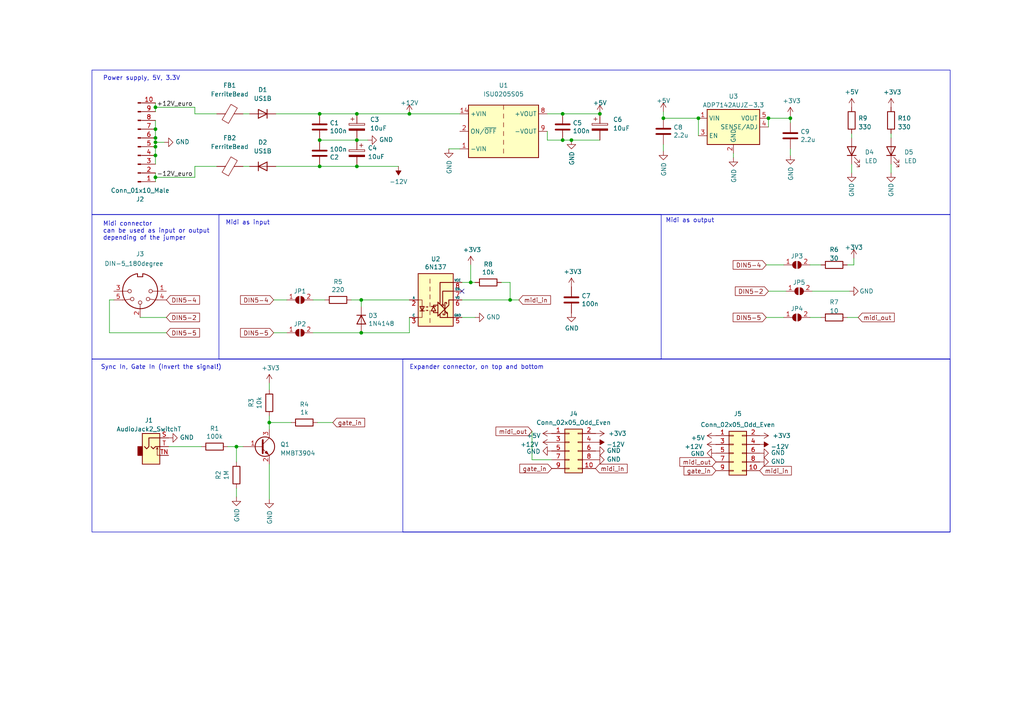
<source format=kicad_sch>
(kicad_sch (version 20230121) (generator eeschema)
  (paper "A4")
  (title_block (title "MIDI-sync-power-dev-board") (date "18.04.2023") (rev "v0.0.2") (company "Lucas Bonvin"))
  (lib_symbols
    (symbol "Connector:Conn_01x10_Male" (pin_names (offset 1.016) hide)
      (property "Reference" "J" (at 0 12.7 0))
      (property "Value" "Conn_01x10_Male" (at 0 -15.24 0))
      (symbol "Conn_01x10_Male_1_1"
        (polyline (pts (xy 1.27 -12.7) (xy 0.8636 -12.7)) (stroke (width 0.1524)))
        (polyline (pts (xy 1.27 -10.16) (xy 0.8636 -10.16)) (stroke (width 0.1524)))
        (polyline (pts (xy 1.27 -7.62) (xy 0.8636 -7.62)) (stroke (width 0.1524)))
        (polyline (pts (xy 1.27 -5.08) (xy 0.8636 -5.08)) (stroke (width 0.1524)))
        (polyline (pts (xy 1.27 -2.54) (xy 0.8636 -2.54)) (stroke (width 0.1524)))
        (polyline (pts (xy 1.27 0) (xy 0.8636 0)) (stroke (width 0.1524)))
        (polyline (pts (xy 1.27 2.54) (xy 0.8636 2.54)) (stroke (width 0.1524)))
        (polyline (pts (xy 1.27 5.08) (xy 0.8636 5.08)) (stroke (width 0.1524)))
        (polyline (pts (xy 1.27 7.62) (xy 0.8636 7.62)) (stroke (width 0.1524)))
        (polyline (pts (xy 1.27 10.16) (xy 0.8636 10.16)) (stroke (width 0.1524)))
        (rectangle (start 0.8636 -12.573) (end 0 -12.827) (stroke (width 0.1524)) (fill (type outline)))
        (rectangle (start 0.8636 -10.033) (end 0 -10.287) (stroke (width 0.1524)) (fill (type outline)))
        (rectangle (start 0.8636 -7.493) (end 0 -7.747) (stroke (width 0.1524)) (fill (type outline)))
        (rectangle (start 0.8636 -4.953) (end 0 -5.207) (stroke (width 0.1524)) (fill (type outline)))
        (rectangle (start 0.8636 -2.413) (end 0 -2.667) (stroke (width 0.1524)) (fill (type outline)))
        (rectangle (start 0.8636 0.127) (end 0 -0.127) (stroke (width 0.1524)) (fill (type outline)))
        (rectangle (start 0.8636 2.667) (end 0 2.413) (stroke (width 0.1524)) (fill (type outline)))
        (rectangle (start 0.8636 5.207) (end 0 4.953) (stroke (width 0.1524)) (fill (type outline)))
        (rectangle (start 0.8636 7.747) (end 0 7.493) (stroke (width 0.1524)) (fill (type outline)))
        (rectangle (start 0.8636 10.287) (end 0 10.033) (stroke (width 0.1524)) (fill (type outline)))
        (pin passive line (at 5.08 10.16 180) (length 3.81) (name "Pin_1") (number "1"))
        (pin passive line (at 5.08 -12.7 180) (length 3.81) (name "Pin_10") (number "10"))
        (pin passive line (at 5.08 7.62 180) (length 3.81) (name "Pin_2") (number "2"))
        (pin passive line (at 5.08 5.08 180) (length 3.81) (name "Pin_3") (number "3"))
        (pin passive line (at 5.08 2.54 180) (length 3.81) (name "Pin_4") (number "4"))
        (pin passive line (at 5.08 0 180) (length 3.81) (name "Pin_5") (number "5"))
        (pin passive line (at 5.08 -2.54 180) (length 3.81) (name "Pin_6") (number "6"))
        (pin passive line (at 5.08 -5.08 180) (length 3.81) (name "Pin_7") (number "7"))
        (pin passive line (at 5.08 -7.62 180) (length 3.81) (name "Pin_8") (number "8"))
        (pin passive line (at 5.08 -10.16 180) (length 3.81) (name "Pin_9") (number "9"))
      )
    )
    (symbol "Connector:DIN-5_180degree" (pin_names (offset 1.016))
      (property "Reference" "J" (at 3.175 5.715 0))
      (property "Value" "DIN-5_180degree" (at 0 -6.35 0))
      (symbol "DIN-5_180degree_0_1"
        (arc (start -5.08 0) (mid -3.8609 -3.3364) (end -0.762 -5.08) (stroke (width 0.254)))
        (circle (center -3.048 0) (radius 0.508))
        (circle (center -2.286 2.286) (radius 0.508))
        (polyline (pts (xy -5.08 0) (xy -3.556 0)))
        (polyline (pts (xy 0 5.08) (xy 0 3.81)))
        (polyline (pts (xy 5.08 0) (xy 3.556 0)))
        (polyline (pts (xy -5.08 2.54) (xy -4.318 2.54) (xy -2.794 2.286)))
        (polyline (pts (xy 5.08 2.54) (xy 4.318 2.54) (xy 2.794 2.286)))
        (polyline (pts (xy -0.762 -4.953) (xy -0.762 -4.191) (xy 0.762 -4.191) (xy 0.762 -4.953)) (stroke (width 0.254)))
        (circle (center 0 3.302) (radius 0.508))
        (arc (start 0.762 -5.08) (mid 3.8685 -3.343) (end 5.08 0) (stroke (width 0.254)))
        (circle (center 2.286 2.286) (radius 0.508))
        (circle (center 3.048 0) (radius 0.508))
        (arc (start 5.08 0) (mid 0 5.0579) (end -5.08 0) (stroke (width 0.254)))
      )
      (symbol "DIN-5_180degree_1_1"
        (pin passive line (at -7.62 0 0) (length 2.54) (name "~") (number "1"))
        (pin passive line (at 0 7.62 270) (length 2.54) (name "~") (number "2"))
        (pin passive line (at 7.62 0 180) (length 2.54) (name "~") (number "3"))
        (pin passive line (at -7.62 2.54 0) (length 2.54) (name "~") (number "4"))
        (pin passive line (at 7.62 2.54 180) (length 2.54) (name "~") (number "5"))
      )
    )
    (symbol "Connector_Audio:AudioJack2_SwitchT"
      (property "Reference" "J" (at 0 8.89 0))
      (property "Value" "AudioJack2_SwitchT" (at 0 6.35 0))
      (symbol "AudioJack2_SwitchT_0_1"
        (rectangle (start -2.54 0) (end -3.81 -2.54) (stroke (width 0.254)) (fill (type outline)))
        (polyline (pts (xy 1.778 -0.254) (xy 2.032 -0.762)))
        (polyline (pts (xy 0 0) (xy 0.635 -0.635) (xy 1.27 0) (xy 2.54 0)) (stroke (width 0.254)))
        (polyline (pts (xy 2.54 -2.54) (xy 1.778 -2.54) (xy 1.778 -0.254) (xy 1.524 -0.762)))
        (polyline (pts (xy 2.54 2.54) (xy -0.635 2.54) (xy -0.635 0) (xy -1.27 -0.635) (xy -1.905 0)) (stroke (width 0.254)))
        (rectangle (start 2.54 3.81) (end -2.54 -5.08) (stroke (width 0.254)) (fill (type background)))
      )
      (symbol "AudioJack2_SwitchT_1_1"
        (pin passive line (at 5.08 2.54 180) (length 2.54) (name "~") (number "S"))
        (pin passive line (at 5.08 0 180) (length 2.54) (name "~") (number "T"))
        (pin passive line (at 5.08 -2.54 180) (length 2.54) (name "~") (number "TN"))
      )
    )
    (symbol "Connector_Generic:Conn_02x05_Odd_Even" (pin_names (offset 1.016) hide)
      (property "Reference" "J" (at 1.27 7.62 0))
      (property "Value" "Conn_02x05_Odd_Even" (at 1.27 -7.62 0))
      (symbol "Conn_02x05_Odd_Even_1_1"
        (rectangle (start -1.27 -4.953) (end 0 -5.207) (stroke (width 0.1524)))
        (rectangle (start -1.27 -2.413) (end 0 -2.667) (stroke (width 0.1524)))
        (rectangle (start -1.27 0.127) (end 0 -0.127) (stroke (width 0.1524)))
        (rectangle (start -1.27 2.667) (end 0 2.413) (stroke (width 0.1524)))
        (rectangle (start -1.27 5.207) (end 0 4.953) (stroke (width 0.1524)))
        (rectangle (start -1.27 6.35) (end 3.81 -6.35) (stroke (width 0.254)) (fill (type background)))
        (rectangle (start 3.81 -4.953) (end 2.54 -5.207) (stroke (width 0.1524)))
        (rectangle (start 3.81 -2.413) (end 2.54 -2.667) (stroke (width 0.1524)))
        (rectangle (start 3.81 0.127) (end 2.54 -0.127) (stroke (width 0.1524)))
        (rectangle (start 3.81 2.667) (end 2.54 2.413) (stroke (width 0.1524)))
        (rectangle (start 3.81 5.207) (end 2.54 4.953) (stroke (width 0.1524)))
        (pin passive line (at -5.08 5.08 0) (length 3.81) (name "Pin_1") (number "1"))
        (pin passive line (at 7.62 -5.08 180) (length 3.81) (name "Pin_10") (number "10"))
        (pin passive line (at 7.62 5.08 180) (length 3.81) (name "Pin_2") (number "2"))
        (pin passive line (at -5.08 2.54 0) (length 3.81) (name "Pin_3") (number "3"))
        (pin passive line (at 7.62 2.54 180) (length 3.81) (name "Pin_4") (number "4"))
        (pin passive line (at -5.08 0 0) (length 3.81) (name "Pin_5") (number "5"))
        (pin passive line (at 7.62 0 180) (length 3.81) (name "Pin_6") (number "6"))
        (pin passive line (at -5.08 -2.54 0) (length 3.81) (name "Pin_7") (number "7"))
        (pin passive line (at 7.62 -2.54 180) (length 3.81) (name "Pin_8") (number "8"))
        (pin passive line (at -5.08 -5.08 0) (length 3.81) (name "Pin_9") (number "9"))
      )
    )
    (symbol "Converter_DCDC:ISU0205S05"
      (property "Reference" "U" (at 0 11.43 0))
      (property "Value" "ISU0205S05" (at 0 8.89 0))
      (symbol "ISU0205S05_0_1"
        (rectangle (start -10.16 7.62) (end 10.16 -7.62) (stroke (width 0.254)) (fill (type background)))
        (polyline (pts (xy 0 -5.08) (xy 0 -6.35)))
        (polyline (pts (xy 0 -2.54) (xy 0 -3.81)))
        (polyline (pts (xy 0 0) (xy 0 -1.27)))
        (polyline (pts (xy 0 2.54) (xy 0 1.27)))
        (polyline (pts (xy 0 5.08) (xy 0 3.81)))
        (polyline (pts (xy 0 7.62) (xy 0 6.35)))
      )
      (symbol "ISU0205S05_1_1"
        (pin power_in line (at -12.7 -5.08 0) (length 2.54) (name "-VIN") (number "1"))
        (pin power_in line (at -12.7 5.08 0) (length 2.54) (name "+VIN") (number "14"))
        (pin input line (at -12.7 0 0) (length 2.54) (name "ON/~{OFF}") (number "2"))
        (pin no_connect line (at 10.16 -2.54 180) (length 2.54) hide (name "NC") (number "6"))
        (pin no_connect line (at 10.16 -5.08 180) (length 2.54) hide (name "NC") (number "7"))
        (pin power_out line (at 12.7 5.08 180) (length 2.54) (name "+VOUT") (number "8"))
        (pin power_out line (at 12.7 0 180) (length 2.54) (name "-VOUT") (number "9"))
      )
    )
    (symbol "Device:C" (pin_numbers hide) (pin_names (offset 0.254))
      (property "Reference" "C" (at 0.635 2.54 0))
      (property "Value" "C" (at 0.635 -2.54 0))
      (symbol "C_0_1"
        (polyline (pts (xy -2.032 -0.762) (xy 2.032 -0.762)) (stroke (width 0.508)))
        (polyline (pts (xy -2.032 0.762) (xy 2.032 0.762)) (stroke (width 0.508)))
      )
      (symbol "C_1_1"
        (pin passive line (at 0 3.81 270) (length 2.794) (name "~") (number "1"))
        (pin passive line (at 0 -3.81 90) (length 2.794) (name "~") (number "2"))
      )
    )
    (symbol "Device:C_Polarized" (pin_numbers hide) (pin_names (offset 0.254))
      (property "Reference" "C" (at 0.635 2.54 0))
      (property "Value" "C_Polarized" (at 0.635 -2.54 0))
      (symbol "C_Polarized_0_1"
        (rectangle (start -2.286 0.508) (end 2.286 1.016))
        (polyline (pts (xy -1.778 2.286) (xy -0.762 2.286)))
        (polyline (pts (xy -1.27 2.794) (xy -1.27 1.778)))
        (rectangle (start 2.286 -0.508) (end -2.286 -1.016) (fill (type outline)))
      )
      (symbol "C_Polarized_1_1"
        (pin passive line (at 0 3.81 270) (length 2.794) (name "~") (number "1"))
        (pin passive line (at 0 -3.81 90) (length 2.794) (name "~") (number "2"))
      )
    )
    (symbol "Device:FerriteBead" (pin_numbers hide) (pin_names (offset 0))
      (property "Reference" "FB" (at -3.81 0.635 90))
      (property "Value" "FerriteBead" (at 3.81 0 90))
      (symbol "FerriteBead_0_1"
        (polyline (pts (xy 0 -1.27) (xy 0 -1.2192)))
        (polyline (pts (xy 0 1.27) (xy 0 1.2954)))
        (polyline (pts (xy -2.7686 0.4064) (xy -1.7018 2.2606) (xy 2.7686 -0.3048) (xy 1.6764 -2.159) (xy -2.7686 0.4064)))
      )
      (symbol "FerriteBead_1_1"
        (pin passive line (at 0 3.81 270) (length 2.54) (name "~") (number "1"))
        (pin passive line (at 0 -3.81 90) (length 2.54) (name "~") (number "2"))
      )
    )
    (symbol "Device:LED" (pin_numbers hide) (pin_names (offset 1.016) hide)
      (property "Reference" "D" (at 0 2.54 0))
      (property "Value" "LED" (at 0 -2.54 0))
      (symbol "LED_0_1"
        (polyline (pts (xy -1.27 -1.27) (xy -1.27 1.27)) (stroke (width 0.254)))
        (polyline (pts (xy -1.27 0) (xy 1.27 0)))
        (polyline (pts (xy 1.27 -1.27) (xy 1.27 1.27) (xy -1.27 0) (xy 1.27 -1.27)) (stroke (width 0.254)))
        (polyline (pts (xy -3.048 -0.762) (xy -4.572 -2.286) (xy -3.81 -2.286) (xy -4.572 -2.286) (xy -4.572 -1.524)))
        (polyline (pts (xy -1.778 -0.762) (xy -3.302 -2.286) (xy -2.54 -2.286) (xy -3.302 -2.286) (xy -3.302 -1.524)))
      )
      (symbol "LED_1_1"
        (pin passive line (at -3.81 0 0) (length 2.54) (name "K") (number "1"))
        (pin passive line (at 3.81 0 180) (length 2.54) (name "A") (number "2"))
      )
    )
    (symbol "Device:R" (pin_numbers hide) (pin_names (offset 0))
      (property "Reference" "R" (at 2.032 0 90))
      (property "Value" "R" (at 0 0 90))
      (symbol "R_0_1"
        (rectangle (start -1.016 -2.54) (end 1.016 2.54) (stroke (width 0.254)))
      )
      (symbol "R_1_1"
        (pin passive line (at 0 3.81 270) (length 1.27) (name "~") (number "1"))
        (pin passive line (at 0 -3.81 90) (length 1.27) (name "~") (number "2"))
      )
    )
    (symbol "Diode:1N4148" (pin_numbers hide) (pin_names (offset 1.016) hide)
      (property "Reference" "D" (at 0 2.54 0))
      (property "Value" "1N4148" (at 0 -2.54 0))
      (symbol "1N4148_0_1"
        (polyline (pts (xy -1.27 1.27) (xy -1.27 -1.27)) (stroke (width 0.254)))
        (polyline (pts (xy 1.27 0) (xy -1.27 0)))
        (polyline (pts (xy 1.27 1.27) (xy 1.27 -1.27) (xy -1.27 0) (xy 1.27 1.27)) (stroke (width 0.254)))
      )
      (symbol "1N4148_1_1"
        (pin passive line (at -3.81 0 0) (length 2.54) (name "K") (number "1"))
        (pin passive line (at 3.81 0 180) (length 2.54) (name "A") (number "2"))
      )
    )
    (symbol "Diode:US1B" (pin_numbers hide) (pin_names (offset 1.016) hide)
      (property "Reference" "D" (at 0 2.54 0))
      (property "Value" "US1B" (at 0 -2.54 0))
      (symbol "US1B_0_1"
        (polyline (pts (xy -1.27 1.27) (xy -1.27 -1.27)) (stroke (width 0.254)))
        (polyline (pts (xy 1.27 0) (xy -1.27 0)))
        (polyline (pts (xy 1.27 1.27) (xy 1.27 -1.27) (xy -1.27 0) (xy 1.27 1.27)) (stroke (width 0.254)))
      )
      (symbol "US1B_1_1"
        (pin passive line (at -3.81 0 0) (length 2.54) (name "K") (number "1"))
        (pin passive line (at 3.81 0 180) (length 2.54) (name "A") (number "2"))
      )
    )
    (symbol "Isolator:6N137" (pin_names (offset 0))
      (property "Reference" "U" (at -4.064 8.89 0))
      (property "Value" "6N137" (at 0 -8.89 0))
      (symbol "6N137_0_1"
        (polyline (pts (xy 2.667 -3.556) (xy 2.667 -1.651)) (stroke (width 0.254)))
        (polyline (pts (xy 2.667 -2.159) (xy 2.667 -2.921)) (stroke (width 0.254)))
        (polyline (pts (xy 3.429 -3.937) (xy 3.429 -5.08)) (stroke (width 0.254)))
        (polyline (pts (xy -0.635 -3.302) (xy -0.635 -3.683) (xy 0.635 -3.683)) (stroke (width 0.254)))
        (polyline (pts (xy -0.635 -1.905) (xy -0.635 -1.524) (xy 0.508 -1.524)) (stroke (width 0.254)))
        (polyline (pts (xy 1.27 -4.064) (xy 1.27 -5.08) (xy 5.08 -5.08)) (stroke (width 0.254)))
        (polyline (pts (xy 1.27 -1.27) (xy 1.27 5.08) (xy 5.08 5.08)) (stroke (width 0.254)))
        (polyline (pts (xy 2.032 -1.27) (xy 2.032 2.54) (xy 5.08 2.54)) (stroke (width 0.254)))
        (polyline (pts (xy -5.08 -5.08) (xy -3.937 -5.08) (xy -3.937 0) (xy -5.08 0)))
        (polyline (pts (xy 2.667 -3.302) (xy 2.667 -4.318) (xy 2.159 -4.318) (xy 2.159 -3.937)) (stroke (width 0.254)))
        (polyline (pts (xy 2.667 -2.667) (xy 0.635 -4.699) (xy 0.635 -0.635) (xy 2.667 -2.667)) (stroke (width 0.254)))
        (polyline (pts (xy 2.667 -1.778) (xy 2.667 -0.762) (xy 3.175 -0.762) (xy 3.175 -1.143)) (stroke (width 0.254)))
        (polyline (pts (xy 2.794 -2.54) (xy 3.81 -1.524) (xy 3.81 0) (xy 5.08 0)) (stroke (width 0.254)))
        (polyline (pts (xy 2.667 -3.175) (xy 3.429 -3.937) (xy 3.302 -3.556) (xy 3.048 -3.81) (xy 3.429 -3.937)) (stroke (width 0.254)))
        (circle (center 2.032 -1.524) (radius 0.254) (stroke (width 0.254)))
      )
      (symbol "6N137_1_1"
        (rectangle (start -5.08 7.62) (end 5.08 -7.62) (stroke (width 0.254)) (fill (type background)))
        (polyline (pts (xy -4.572 -3.175) (xy -3.302 -3.175)) (stroke (width 0.254)))
        (polyline (pts (xy -1.651 -5.334) (xy -1.651 -6.604)))
        (polyline (pts (xy -1.651 -3.048) (xy -1.651 -4.318)))
        (polyline (pts (xy -1.651 -0.762) (xy -1.651 -2.032)))
        (polyline (pts (xy -1.651 1.524) (xy -1.651 0.254)))
        (polyline (pts (xy -1.651 3.81) (xy -1.651 2.54)))
        (polyline (pts (xy -1.651 6.096) (xy -1.651 4.826)))
        (polyline (pts (xy -1.27 -1.905) (xy 0 -1.905)) (stroke (width 0.254)))
        (polyline (pts (xy -3.937 -3.175) (xy -4.572 -1.905) (xy -3.302 -1.905) (xy -3.937 -3.175)) (stroke (width 0.254)))
        (polyline (pts (xy -0.635 -1.905) (xy -1.27 -3.175) (xy 0 -3.175) (xy -0.635 -1.905)) (stroke (width 0.254)))
        (polyline (pts (xy -2.921 -3.048) (xy -2.159 -3.048) (xy -2.54 -3.175) (xy -2.54 -2.921) (xy -2.159 -3.048)) (stroke (width 0.127)))
        (polyline (pts (xy -2.921 -2.032) (xy -2.159 -2.032) (xy -2.54 -2.159) (xy -2.54 -1.905) (xy -2.159 -2.032)) (stroke (width 0.127)))
        (pin no_connect line (at -5.08 5.08 0) (length 2.54) hide (name "NC") (number "1"))
        (pin passive line (at -7.62 0 0) (length 2.54) (name "A") (number "2"))
        (pin passive line (at -7.62 -5.08 0) (length 2.54) (name "C") (number "3"))
        (pin power_in line (at 7.62 -5.08 180) (length 2.54) (name "GND") (number "5"))
        (pin open_collector line (at 7.62 0 180) (length 2.54) (name "VO") (number "6"))
        (pin input line (at 7.62 2.54 180) (length 2.54) (name "EN") (number "7"))
        (pin power_in line (at 7.62 5.08 180) (length 2.54) (name "VCC") (number "8"))
      )
    )
    (symbol "Jumper:SolderJumper_2_Open" (pin_names (offset 0) hide)
      (property "Reference" "JP" (at 0 2.032 0))
      (property "Value" "SolderJumper_2_Open" (at 0 -2.54 0))
      (symbol "SolderJumper_2_Open_0_1"
        (arc (start -0.254 1.016) (mid -1.2656 0) (end -0.254 -1.016))
        (arc (start -0.254 1.016) (mid -1.2656 0) (end -0.254 -1.016) (fill (type outline)))
        (polyline (pts (xy -0.254 1.016) (xy -0.254 -1.016)))
        (polyline (pts (xy 0.254 1.016) (xy 0.254 -1.016)))
        (arc (start 0.254 -1.016) (mid 1.2656 0) (end 0.254 1.016))
        (arc (start 0.254 -1.016) (mid 1.2656 0) (end 0.254 1.016) (fill (type outline)))
      )
      (symbol "SolderJumper_2_Open_1_1"
        (pin passive line (at -3.81 0 0) (length 2.54) (name "A") (number "1"))
        (pin passive line (at 3.81 0 180) (length 2.54) (name "B") (number "2"))
      )
    )
    (symbol "Regulator_Linear:ADP7142AUJZ-3.3"
      (property "Reference" "U" (at 0 8.89 0))
      (property "Value" "ADP7142AUJZ-3.3" (at 0 6.35 0))
      (symbol "ADP7142AUJZ-3.3_0_1"
        (rectangle (start -7.62 5.08) (end 7.62 -5.08) (stroke (width 0.254)) (fill (type background)))
      )
      (symbol "ADP7142AUJZ-3.3_1_1"
        (pin power_in line (at -10.16 2.54 0) (length 2.54) (name "VIN") (number "1"))
        (pin power_in line (at 0 -7.62 90) (length 2.54) (name "GND") (number "2"))
        (pin input line (at -10.16 -2.54 0) (length 2.54) (name "EN") (number "3"))
        (pin input line (at 10.16 0 180) (length 2.54) (name "SENSE/ADJ") (number "4"))
        (pin power_out line (at 10.16 2.54 180) (length 2.54) (name "VOUT") (number "5"))
      )
    )
    (symbol "Transistor_BJT:MMBT3904" (pin_names (offset 0) hide)
      (property "Reference" "Q" (at 5.08 1.905 0))
      (property "Value" "MMBT3904" (at 5.08 0 0))
      (symbol "MMBT3904_0_1"
        (polyline (pts (xy 0.635 0.635) (xy 2.54 2.54)))
        (polyline (pts (xy 0.635 -0.635) (xy 2.54 -2.54) (xy 2.54 -2.54)))
        (polyline (pts (xy 0.635 1.905) (xy 0.635 -1.905) (xy 0.635 -1.905)) (stroke (width 0.508)))
        (polyline (pts (xy 1.27 -1.778) (xy 1.778 -1.27) (xy 2.286 -2.286) (xy 1.27 -1.778) (xy 1.27 -1.778)) (fill (type outline)))
        (circle (center 1.27 0) (radius 2.8194) (stroke (width 0.254)))
      )
      (symbol "MMBT3904_1_1"
        (pin input line (at -5.08 0 0) (length 5.715) (name "B") (number "1"))
        (pin passive line (at 2.54 -5.08 90) (length 2.54) (name "E") (number "2"))
        (pin passive line (at 2.54 5.08 270) (length 2.54) (name "C") (number "3"))
      )
    )
    (symbol "power:+12V" (power) (pin_names (offset 0))
      (property "Value" "+12V" (at 0 3.556 0))
      (symbol "+12V_0_1"
        (polyline (pts (xy -0.762 1.27) (xy 0 2.54)))
        (polyline (pts (xy 0 0) (xy 0 2.54)))
        (polyline (pts (xy 0 2.54) (xy 0.762 1.27)))
      )
      (symbol "+12V_1_1"
        (pin power_in line (at 0 0 90) (length 0) hide (name "+12V") (number "1"))
      )
    )
    (symbol "power:+3.3V" (power) (pin_names (offset 0))
      (property "Value" "+3.3V" (at 0 3.556 0))
      (symbol "+3.3V_0_1"
        (polyline (pts (xy -0.762 1.27) (xy 0 2.54)))
        (polyline (pts (xy 0 0) (xy 0 2.54)))
        (polyline (pts (xy 0 2.54) (xy 0.762 1.27)))
      )
      (symbol "+3.3V_1_1"
        (pin power_in line (at 0 0 90) (length 0) hide (name "+3V3") (number "1"))
      )
    )
    (symbol "power:+3V3" (power) (pin_names (offset 0))
      (property "Value" "+3V3" (at 0 3.556 0))
      (symbol "+3V3_0_1"
        (polyline (pts (xy -0.762 1.27) (xy 0 2.54)))
        (polyline (pts (xy 0 0) (xy 0 2.54)))
        (polyline (pts (xy 0 2.54) (xy 0.762 1.27)))
      )
      (symbol "+3V3_1_1"
        (pin power_in line (at 0 0 90) (length 0) hide (name "+3V3") (number "1"))
      )
    )
    (symbol "power:+5V" (power) (pin_names (offset 0))
      (property "Value" "+5V" (at 0 3.556 0))
      (symbol "+5V_0_1"
        (polyline (pts (xy -0.762 1.27) (xy 0 2.54)))
        (polyline (pts (xy 0 0) (xy 0 2.54)))
        (polyline (pts (xy 0 2.54) (xy 0.762 1.27)))
      )
      (symbol "+5V_1_1"
        (pin power_in line (at 0 0 90) (length 0) hide (name "+5V") (number "1"))
      )
    )
    (symbol "power:-12V" (power) (pin_names (offset 0))
      (property "Value" "-12V" (at 0 3.81 0))
      (symbol "-12V_0_0"
        (pin power_in line (at 0 0 90) (length 0) hide (name "-12V") (number "1"))
      )
      (symbol "-12V_0_1"
        (polyline (pts (xy 0 0) (xy 0 1.27) (xy 0.762 1.27) (xy 0 2.54) (xy -0.762 1.27) (xy 0 1.27)) (fill (type outline)))
      )
    )
    (symbol "power:GND" (power) (pin_names (offset 0))
      (property "Value" "GND" (at 0 -3.81 0))
      (symbol "GND_0_1"
        (polyline (pts (xy 0 0) (xy 0 -1.27) (xy 1.27 -1.27) (xy 0 -2.54) (xy -1.27 -1.27) (xy 0 -1.27)))
      )
      (symbol "GND_1_1"
        (pin power_in line (at 0 0 270) (length 0) hide (name "GND") (number "1"))
      )
    )
  )
  (junction (at 173.99 33.02))
  (junction (at 92.71 40.64))
  (junction (at 163.195 40.64))
  (junction (at 45.085 42.545))
  (junction (at 45.085 31.115))
  (junction (at 222.885 34.29))
  (junction (at 68.58 129.54))
  (junction (at 136.525 81.915))
  (junction (at 103.505 48.26))
  (junction (at 192.405 34.29))
  (junction (at 104.775 96.52))
  (junction (at 202.565 34.29))
  (junction (at 229.235 34.29))
  (junction (at 45.085 40.005))
  (junction (at 78.105 122.555))
  (junction (at 92.71 48.26))
  (junction (at 103.505 40.64))
  (junction (at 103.505 33.02))
  (junction (at 104.775 86.995))
  (junction (at 92.71 33.02))
  (junction (at 147.955 86.995))
  (junction (at 118.745 33.02))
  (junction (at 45.085 41.275))
  (junction (at 165.735 40.64))
  (junction (at 45.085 51.435))
  (junction (at 45.085 37.465))
  (junction (at 45.085 45.085))
  (junction (at 163.195 33.02))
  (no_connect (at 133.985 84.455))
  (wire (pts (xy 248.92 92.075) (xy 245.745 92.075)))
  (wire (pts (xy 163.195 33.02) (xy 173.99 33.02)))
  (wire (pts (xy 133.985 92.075) (xy 137.795 92.075)))
  (wire (pts (xy 56.515 31.115) (xy 56.515 33.02)))
  (wire (pts (xy 90.805 96.52) (xy 104.775 96.52)))
  (wire (pts (xy 92.71 33.02) (xy 103.505 33.02)))
  (wire (pts (xy 145.415 81.915) (xy 147.955 81.915)))
  (wire (pts (xy 90.805 86.995) (xy 94.234 86.995)))
  (wire (pts (xy 78.105 144.78) (xy 78.105 134.62)))
  (wire (pts (xy 78.105 122.555) (xy 78.105 124.46)))
  (wire (pts (xy 158.75 33.02) (xy 163.195 33.02)))
  (wire (pts (xy 80.01 48.26) (xy 92.71 48.26)))
  (wire (pts (xy 147.955 86.995) (xy 150.495 86.995)))
  (wire (pts (xy 258.445 38.735) (xy 258.445 40.005)))
  (wire (pts (xy 56.515 48.26) (xy 62.865 48.26)))
  (wire (pts (xy 222.885 34.29) (xy 222.885 36.83)))
  (wire (pts (xy 80.01 33.02) (xy 92.71 33.02)))
  (wire (pts (xy 45.085 51.435) (xy 56.515 51.435)))
  (wire (pts (xy 45.085 42.545) (xy 45.085 41.275)))
  (wire (pts (xy 222.25 76.835) (xy 227.33 76.835)))
  (wire (pts (xy 92.075 122.555) (xy 96.52 122.555)))
  (wire (pts (xy 192.405 32.385) (xy 192.405 34.29)))
  (wire (pts (xy 56.515 33.02) (xy 62.865 33.02)))
  (wire (pts (xy 104.775 86.995) (xy 118.745 86.995)))
  (wire (pts (xy 133.985 86.995) (xy 147.955 86.995)))
  (wire (pts (xy 158.75 40.64) (xy 163.195 40.64)))
  (wire (pts (xy 31.75 96.52) (xy 48.26 96.52)))
  (wire (pts (xy 78.105 120.65) (xy 78.105 122.555)))
  (wire (pts (xy 45.085 32.385) (xy 45.085 31.115)))
  (wire (pts (xy 103.505 48.26) (xy 115.57 48.26)))
  (wire (pts (xy 130.175 43.18) (xy 133.35 43.18)))
  (wire (pts (xy 56.515 51.435) (xy 56.515 48.26)))
  (wire (pts (xy 45.085 41.275) (xy 45.085 40.005)))
  (wire (pts (xy 247.65 76.835) (xy 245.745 76.835)))
  (wire (pts (xy 222.885 84.455) (xy 227.965 84.455)))
  (wire (pts (xy 234.95 92.075) (xy 238.125 92.075)))
  (wire (pts (xy 222.25 92.075) (xy 227.33 92.075)))
  (wire (pts (xy 136.525 76.835) (xy 136.525 81.915)))
  (wire (pts (xy 45.085 40.005) (xy 45.085 37.465)))
  (wire (pts (xy 92.71 40.64) (xy 103.505 40.64)))
  (wire (pts (xy 68.58 144.145) (xy 68.58 141.605)))
  (wire (pts (xy 229.235 34.29) (xy 229.235 35.56)))
  (wire (pts (xy 45.085 31.115) (xy 56.515 31.115)))
  (wire (pts (xy 160.02 133.35) (xy 154.305 133.35)))
  (wire (pts (xy 258.445 47.625) (xy 258.445 50.165)))
  (wire (pts (xy 79.375 86.995) (xy 83.185 86.995)))
  (wire (pts (xy 45.085 45.085) (xy 45.085 42.545)))
  (wire (pts (xy 45.085 51.435) (xy 45.085 50.165)))
  (wire (pts (xy 234.95 76.835) (xy 238.125 76.835)))
  (wire (pts (xy 133.985 81.915) (xy 136.525 81.915)))
  (wire (pts (xy 103.505 40.64) (xy 106.68 40.64)))
  (wire (pts (xy 192.405 43.815) (xy 192.405 41.91)))
  (wire (pts (xy 103.505 33.02) (xy 118.745 33.02)))
  (wire (pts (xy 68.58 129.54) (xy 68.58 133.985)))
  (wire (pts (xy 158.75 38.1) (xy 158.75 40.64)))
  (wire (pts (xy 79.375 96.52) (xy 83.185 96.52)))
  (wire (pts (xy 147.955 81.915) (xy 147.955 86.995)))
  (wire (pts (xy 154.305 133.35) (xy 154.305 125.095)))
  (wire (pts (xy 118.745 33.02) (xy 133.35 33.02)))
  (wire (pts (xy 78.105 111.125) (xy 78.105 113.03)))
  (wire (pts (xy 202.565 34.29) (xy 202.565 39.37)))
  (wire (pts (xy 70.485 48.26) (xy 72.39 48.26)))
  (wire (pts (xy 45.085 31.115) (xy 45.085 29.845)))
  (wire (pts (xy 222.885 34.29) (xy 229.235 34.29)))
  (wire (pts (xy 229.235 45.085) (xy 229.235 43.18)))
  (wire (pts (xy 45.085 37.465) (xy 45.085 34.925)))
  (wire (pts (xy 165.735 40.64) (xy 173.99 40.64)))
  (wire (pts (xy 229.235 33.655) (xy 229.235 34.29)))
  (wire (pts (xy 45.085 47.625) (xy 45.085 45.085)))
  (wire (pts (xy 48.895 129.54) (xy 58.42 129.54)))
  (wire (pts (xy 235.585 84.455) (xy 246.38 84.455)))
  (wire (pts (xy 192.405 34.29) (xy 202.565 34.29)))
  (wire (pts (xy 163.195 40.64) (xy 165.735 40.64)))
  (wire (pts (xy 118.745 92.075) (xy 118.745 96.52)))
  (wire (pts (xy 66.04 129.54) (xy 68.58 129.54)))
  (wire (pts (xy 45.085 41.275) (xy 47.625 41.275)))
  (wire (pts (xy 247.015 47.625) (xy 247.015 50.165)))
  (wire (pts (xy 247.65 74.93) (xy 247.65 76.835)))
  (wire (pts (xy 68.58 129.54) (xy 70.485 129.54)))
  (wire (pts (xy 101.854 86.995) (xy 104.775 86.995)))
  (wire (pts (xy 84.455 122.555) (xy 78.105 122.555)))
  (wire (pts (xy 247.015 38.735) (xy 247.015 40.005)))
  (wire (pts (xy 104.775 96.52) (xy 118.745 96.52)))
  (wire (pts (xy 92.71 48.26) (xy 103.505 48.26)))
  (wire (pts (xy 31.75 86.995) (xy 31.75 96.52)))
  (wire (pts (xy 45.085 52.705) (xy 45.085 51.435)))
  (wire (pts (xy 70.485 33.02) (xy 72.39 33.02)))
  (wire (pts (xy 212.725 45.72) (xy 212.725 44.45)))
  (wire (pts (xy 136.525 81.915) (xy 137.795 81.915)))
  (wire (pts (xy 104.775 88.9) (xy 104.775 86.995)))
  (wire (pts (xy 33.02 86.995) (xy 31.75 86.995)))
  (wire (pts (xy 48.26 92.075) (xy 40.64 92.075)))
  (rectangle (start 26.67 20.32) (end 275.59 62.23))
  (rectangle (start 116.84 104.14) (end 275.59 154.305))
  (rectangle (start 26.67 104.14) (end 275.59 154.305))
  (rectangle (start 63.5 62.23) (end 191.77 104.14))
  (rectangle (start 26.67 62.23) (end 275.59 104.14))
  (text "Midi connector\ncan be used as input or output \ndepending of the jumper" (at 29.845 69.85 0) (effects (font (size 1.27 1.27)) (justify left bottom)))
  (text "Midi as output" (at 193.04 64.77 0) (effects (font (size 1.27 1.27)) (justify left bottom)))
  (text "Expander connector, on top and bottom" (at 118.745 107.315 0) (effects (font (size 1.27 1.27)) (justify left bottom)))
  (text "Midi as input\n" (at 65.405 65.405 0) (effects (font (size 1.27 1.27)) (justify left bottom)))
  (text "Power supply, 5V, 3.3V" (at 29.845 23.495 0) (effects (font (size 1.27 1.27)) (justify left bottom)))
  (text "Sync In, Gate In (Invert the signal!)" (at 29.21 107.315 0) (effects (font (size 1.27 1.27)) (justify left bottom)))
  (label "-12V_euro" (at 55.88 51.435 180))
  (label "+12V_euro" (at 55.88 31.115 180))
  (global_label "midi_in" (shape input) (at 150.495 86.995 0) (property "Intersheetrefs" "${INTERSHEET_REFS}" (effects hide)))
  (global_label "DIN5-2" (shape input) (at 48.26 92.075 0) (property "Intersheetrefs" "${INTERSHEET_REFS}" (effects hide)))
  (global_label "DIN5-2" (shape input) (at 222.885 84.455 180) (property "Intersheetrefs" "${INTERSHEET_REFS}" (effects hide)))
  (global_label "DIN5-5" (shape input) (at 48.26 96.52 0) (property "Intersheetrefs" "${INTERSHEET_REFS}" (effects hide)))
  (global_label "DIN5-4" (shape input) (at 79.375 86.995 180) (property "Intersheetrefs" "${INTERSHEET_REFS}" (effects hide)))
  (global_label "DIN5-4" (shape input) (at 222.25 76.835 180) (property "Intersheetrefs" "${INTERSHEET_REFS}" (effects hide)))
  (global_label "DIN5-4" (shape input) (at 48.26 86.995 0) (property "Intersheetrefs" "${INTERSHEET_REFS}" (effects hide)))
  (global_label "DIN5-5" (shape input) (at 222.25 92.075 180) (property "Intersheetrefs" "${INTERSHEET_REFS}" (effects hide)))
  (global_label "midi_out" (shape input) (at 154.305 125.095 180) (property "Intersheetrefs" "${INTERSHEET_REFS}" (effects hide)))
  (global_label "gate_in" (shape input) (at 160.02 135.89 180) (property "Intersheetrefs" "${INTERSHEET_REFS}" (effects hide)))
  (global_label "midi_out" (shape input) (at 207.645 133.985 180) (property "Intersheetrefs" "${INTERSHEET_REFS}" (effects hide)))
  (global_label "midi_out" (shape input) (at 248.92 92.075 0) (property "Intersheetrefs" "${INTERSHEET_REFS}" (effects hide)))
  (global_label "gate_in" (shape input) (at 207.645 136.525 180) (property "Intersheetrefs" "${INTERSHEET_REFS}" (effects hide)))
  (global_label "midi_in" (shape input) (at 220.345 136.525 0) (property "Intersheetrefs" "${INTERSHEET_REFS}" (effects hide)))
  (global_label "DIN5-5" (shape input) (at 79.375 96.52 180) (property "Intersheetrefs" "${INTERSHEET_REFS}" (effects hide)))
  (global_label "gate_in" (shape input) (at 96.52 122.555 0) (property "Intersheetrefs" "${INTERSHEET_REFS}" (effects hide)))
  (global_label "midi_in" (shape input) (at 172.72 135.89 0) (property "Intersheetrefs" "${INTERSHEET_REFS}" (effects hide)))
  (symbol (lib_id "Connector_Generic:Conn_02x05_Odd_Even") (at 165.1 130.81 0) (unit 1)
    (property "Reference" "J4" (at 166.37 120.015 0))
    (property "Value" "Conn_02x05_Odd_Even" (at 166.37 122.555 0))
    (property "Footprint" "Connector_PinHeader_2.54mm:PinHeader_2x05_P2.54mm_Vertical_SMD" (effects hide))
  )
  (symbol (lib_id "power:-12V") (at 172.72 128.27 270) (unit 1)
    (property "Reference" "#PWR019" (effects hide))
    (property "Value" "-12V" (at 175.895 128.905 90) (effects (justify left)))
  )
  (symbol (lib_id "Device:R") (at 62.23 129.54 270) (unit 1)
    (property "Reference" "R1" (at 62.23 124.2822 90))
    (property "Value" "100k" (at 62.23 126.5936 90))
    (property "Footprint" "Resistor_SMD:R_0603_1608Metric" (effects hide))
    (property "LCSC" "C22962" (effects hide))
  )
  (symbol (lib_id "power:GND") (at 220.345 133.985 90) (unit 1)
    (property "Reference" "#PWR025" (effects hide))
    (property "Value" "GND" (at 223.5962 133.858 90) (effects (justify right)))
  )
  (symbol (lib_id "Device:R") (at 141.605 81.915 270) (unit 1)
    (property "Reference" "R8" (at 141.605 76.6572 90))
    (property "Value" "10k" (at 141.605 78.9686 90))
    (property "Footprint" "Resistor_SMD:R_0603_1608Metric" (effects hide))
    (property "LCSC" "C25804" (effects hide))
  )
  (symbol (lib_id "Device:C") (at 229.235 39.37 0) (unit 1)
    (property "Reference" "C9" (at 232.156 38.2016 0) (effects (justify left)))
    (property "Value" "2.2u" (at 232.156 40.513 0) (effects (justify left)))
    (property "Footprint" "Capacitor_SMD:C_0805_2012Metric" (effects hide))
    (property "LCSC" "C14663" (effects hide))
  )
  (symbol (lib_id "Regulator_Linear:ADP7142AUJZ-3.3") (at 212.725 36.83 0) (unit 1)
    (property "Reference" "U3" (at 212.725 27.94 0))
    (property "Value" "ADP7142AUJZ-3.3" (at 212.725 30.48 0))
    (property "Footprint" "Package_TO_SOT_SMD:TSOT-23-5" (effects hide))
    (property "Datasheet" "https://www.analog.com/media/en/technical-documentation/data-sheets/ADP7142.pdf" (effects hide))
  )
  (symbol (lib_id "power:+12V") (at 118.745 33.02 0) (unit 1)
    (property "Reference" "#PWR08" (effects hide))
    (property "Value" "+12V" (at 118.745 29.845 0))
  )
  (symbol (lib_id "Converter_DCDC:ISU0205S05") (at 146.05 38.1 0) (unit 1)
    (property "Reference" "U1" (at 146.05 24.765 0))
    (property "Value" "ISU0205S05" (at 146.05 27.305 0))
    (property "Footprint" "Converter_DCDC:Converter_DCDC_XP_POWER-ISU02_SMD" (effects hide))
    (property "Datasheet" "https://www.xppower.com/Portals/0/pdfs/SF_ISU02.pdf" (effects hide))
  )
  (symbol (lib_id "power:+5V") (at 207.645 126.365 90) (unit 1)
    (property "Reference" "#PWR012" (effects hide))
    (property "Value" "+5V" (at 204.47 127 90) (effects (justify left)))
  )
  (symbol (lib_id "power:GND") (at 160.02 130.81 270) (unit 1)
    (property "Reference" "#PWR011" (effects hide))
    (property "Value" "GND" (at 156.7688 130.937 90) (effects (justify right)))
  )
  (symbol (lib_id "Connector_Generic:Conn_02x05_Odd_Even") (at 212.725 131.445 0) (unit 1)
    (property "Reference" "J5" (at 213.995 120.015 0))
    (property "Value" "Conn_02x05_Odd_Even" (at 213.995 123.19 0))
    (property "Footprint" "Connector_PinHeader_2.54mm:PinHeader_2x05_P2.54mm_Horizontal" (effects hide))
  )
  (symbol (lib_id "Device:C") (at 192.405 38.1 0) (unit 1)
    (property "Reference" "C8" (at 195.326 36.9316 0) (effects (justify left)))
    (property "Value" "2.2u" (at 195.326 39.243 0) (effects (justify left)))
    (property "Footprint" "Capacitor_SMD:C_0805_2012Metric" (effects hide))
    (property "LCSC" "C14663" (effects hide))
  )
  (symbol (lib_id "power:+3.3V") (at 220.345 126.365 270) (unit 1)
    (property "Reference" "#PWR022" (effects hide))
    (property "Value" "+3.3V" (at 226.695 126.365 90))
  )
  (symbol (lib_id "Connector:Conn_01x10_Male") (at 40.005 42.545 0) (mirror x) (unit 1)
    (property "Reference" "J2" (at 40.64 57.785 0))
    (property "Value" "Conn_01x10_Male" (at 40.64 55.245 0))
    (property "Footprint" "Connector_PinHeader_2.54mm:PinHeader_2x05_P2.54mm_Vertical" (effects hide))
  )
  (symbol (lib_id "power:GND") (at 165.735 40.64 0) (unit 1)
    (property "Reference" "#PWR028" (effects hide))
    (property "Value" "GND" (at 165.862 43.8912 90) (effects (justify right)))
  )
  (symbol (lib_id "Device:C_Polarized") (at 173.99 36.83 0) (unit 1)
    (property "Reference" "C6" (at 177.8 34.6709 0) (effects (justify left)))
    (property "Value" "10uF" (at 177.8 37.2109 0) (effects (justify left)))
    (property "Footprint" "Capacitor_SMD:CP_Elec_6.3x5.9" (effects hide))
  )
  (symbol (lib_id "power:+12V") (at 160.02 128.27 90) (unit 1)
    (property "Reference" "#PWR010" (effects hide))
    (property "Value" "+12V" (at 156.21 128.905 90) (effects (justify left)))
  )
  (symbol (lib_id "Device:R") (at 68.58 137.795 0) (unit 1)
    (property "Reference" "R2" (at 63.3222 137.795 90))
    (property "Value" "1M" (at 65.6336 137.795 90))
    (property "Footprint" "Resistor_SMD:R_0603_1608Metric" (effects hide))
    (property "LCSC" "C22962" (effects hide))
  )
  (symbol (lib_id "power:+12V") (at 207.645 128.905 90) (unit 1)
    (property "Reference" "#PWR013" (effects hide))
    (property "Value" "+12V" (at 203.835 129.54 90) (effects (justify left)))
  )
  (symbol (lib_id "power:+3.3V") (at 165.735 83.185 0) (unit 1)
    (property "Reference" "#PWR030" (effects hide))
    (property "Value" "+3.3V" (at 166.116 78.7908 0))
  )
  (symbol (lib_id "power:GND") (at 78.105 144.78 0) (unit 1)
    (property "Reference" "#PWR05" (effects hide))
    (property "Value" "GND" (at 78.232 148.0312 90) (effects (justify right)))
  )
  (symbol (lib_id "power:+5V") (at 173.99 33.02 0) (unit 1)
    (property "Reference" "#PWR029" (effects hide))
    (property "Value" "+5V" (at 173.99 29.845 0))
  )
  (symbol (lib_id "power:+5V") (at 192.405 32.385 0) (unit 1)
    (property "Reference" "#PWR032" (effects hide))
    (property "Value" "+5V" (at 192.405 29.21 0))
  )
  (symbol (lib_id "power:GND") (at 172.72 130.81 90) (unit 1)
    (property "Reference" "#PWR020" (effects hide))
    (property "Value" "GND" (at 175.9712 130.683 90) (effects (justify right)))
  )
  (symbol (lib_id "Device:C") (at 165.735 86.995 0) (unit 1)
    (property "Reference" "C7" (at 168.656 85.8266 0) (effects (justify left)))
    (property "Value" "100n" (at 168.656 88.138 0) (effects (justify left)))
    (property "Footprint" "Capacitor_SMD:C_0603_1608Metric" (effects hide))
    (property "LCSC" "C14663" (effects hide))
  )
  (symbol (lib_id "Device:C_Polarized") (at 103.505 44.45 0) (mirror y) (unit 1)
    (property "Reference" "C4" (at 106.68 42.926 0) (effects (justify right)))
    (property "Value" "10uF" (at 106.68 45.466 0) (effects (justify right)))
    (property "Footprint" "Capacitor_SMD:CP_Elec_6.3x5.9" (effects hide))
  )
  (symbol (lib_id "Device:R") (at 241.935 76.835 270) (unit 1)
    (property "Reference" "R6" (at 241.935 72.39 90))
    (property "Value" "30" (at 241.935 74.93 90))
    (property "Footprint" "Resistor_SMD:R_0805_2012Metric" (effects hide))
  )
  (symbol (lib_id "power:GND") (at 172.72 133.35 90) (unit 1)
    (property "Reference" "#PWR021" (effects hide))
    (property "Value" "GND" (at 175.9712 133.223 90) (effects (justify right)))
  )
  (symbol (lib_id "power:-12V") (at 115.57 48.26 180) (unit 1)
    (property "Reference" "#PWR07" (effects hide))
    (property "Value" "-12V" (at 115.57 52.705 0))
  )
  (symbol (lib_id "power:-12V") (at 220.345 128.905 270) (unit 1)
    (property "Reference" "#PWR023" (effects hide))
    (property "Value" "-12V" (at 223.52 129.54 90) (effects (justify left)))
  )
  (symbol (lib_id "Device:C") (at 163.195 36.83 0) (unit 1)
    (property "Reference" "C5" (at 166.116 35.6616 0) (effects (justify left)))
    (property "Value" "100n" (at 166.116 37.973 0) (effects (justify left)))
    (property "Footprint" "Capacitor_SMD:C_0603_1608Metric" (effects hide))
    (property "LCSC" "C14663" (effects hide))
  )
  (symbol (lib_id "power:GND") (at 229.235 45.085 0) (unit 1)
    (property "Reference" "#PWR036" (effects hide))
    (property "Value" "GND" (at 229.362 48.3362 90) (effects (justify right)))
  )
  (symbol (lib_id "Jumper:SolderJumper_2_Open") (at 231.775 84.455 0) (unit 1)
    (property "Reference" "JP5" (at 231.775 81.915 0))
    (property "Value" "SolderJumper_2_Open" (effects hide))
    (property "Footprint" "Jumper:SolderJumper-2_P1.3mm_Open_Pad1.0x1.5mm" (effects hide))
  )
  (symbol (lib_id "Device:LED") (at 247.015 43.815 90) (unit 1)
    (property "Reference" "D4" (at 250.825 44.1324 90) (effects (justify right)))
    (property "Value" "LED" (at 250.825 46.6724 90) (effects (justify right)))
    (property "Footprint" "LED_THT:LED_D3.0mm" (effects hide))
  )
  (symbol (lib_id "power:+3V3") (at 247.65 74.93 0) (mirror y) (unit 1)
    (property "Reference" "#PWR017" (effects hide))
    (property "Value" "+3V3" (at 247.65 71.755 0))
  )
  (symbol (lib_id "power:+3.3V") (at 172.72 125.73 270) (unit 1)
    (property "Reference" "#PWR018" (effects hide))
    (property "Value" "+3.3V" (at 179.07 125.73 90))
  )
  (symbol (lib_id "power:+3.3V") (at 136.525 76.835 0) (unit 1)
    (property "Reference" "#PWR026" (effects hide))
    (property "Value" "+3.3V" (at 136.906 72.4408 0))
  )
  (symbol (lib_id "power:GND") (at 47.625 41.275 90) (unit 1)
    (property "Reference" "#PWR03" (effects hide))
    (property "Value" "GND" (at 50.8762 41.148 90) (effects (justify right)))
  )
  (symbol (lib_id "power:GND") (at 130.175 43.18 0) (unit 1)
    (property "Reference" "#PWR015" (effects hide))
    (property "Value" "GND" (at 130.302 46.4312 90) (effects (justify right)))
  )
  (symbol (lib_id "Device:R") (at 258.445 34.925 0) (unit 1)
    (property "Reference" "R10" (at 260.35 34.29 0) (effects (justify left)))
    (property "Value" "330" (at 260.35 36.83 0) (effects (justify left)))
    (property "Footprint" "Resistor_SMD:R_0805_2012Metric" (effects hide))
  )
  (symbol (lib_id "Jumper:SolderJumper_2_Open") (at 86.995 86.995 0) (unit 1)
    (property "Reference" "JP1" (at 86.995 84.455 0))
    (property "Value" "SolderJumper_2_Open" (effects hide))
    (property "Footprint" "Jumper:SolderJumper-2_P1.3mm_Open_Pad1.0x1.5mm" (effects hide))
  )
  (symbol (lib_id "Transistor_BJT:MMBT3904") (at 75.565 129.54 0) (unit 1)
    (property "Reference" "Q1" (at 81.28 128.905 0) (effects (justify left)))
    (property "Value" "MMBT3904" (at 81.28 131.445 0) (effects (justify left)))
    (property "Footprint" "Package_TO_SOT_SMD:SOT-23" (effects hide))
    (property "Datasheet" "https://www.onsemi.com/pub/Collateral/2N3903-D.PDF" (effects hide))
  )
  (symbol (lib_id "Device:C") (at 92.71 36.83 0) (unit 1)
    (property "Reference" "C1" (at 95.631 35.6616 0) (effects (justify left)))
    (property "Value" "100n" (at 95.631 37.973 0) (effects (justify left)))
    (property "Footprint" "Capacitor_SMD:C_0603_1608Metric" (effects hide))
    (property "LCSC" "C14663" (effects hide))
  )
  (symbol (lib_id "Device:R") (at 78.105 116.84 0) (unit 1)
    (property "Reference" "R3" (at 72.8472 116.84 90))
    (property "Value" "10k" (at 75.1586 116.84 90))
    (property "Footprint" "Resistor_SMD:R_0603_1608Metric" (effects hide))
    (property "LCSC" "C22962" (effects hide))
  )
  (symbol (lib_id "power:+5V") (at 247.015 31.115 0) (unit 1)
    (property "Reference" "#PWR037" (effects hide))
    (property "Value" "+5V" (at 247.015 26.67 0))
  )
  (symbol (lib_id "Diode:US1B") (at 76.2 33.02 180) (unit 1)
    (property "Reference" "D1" (at 76.2 26.035 0))
    (property "Value" "US1B" (at 76.2 28.575 0))
    (property "Footprint" "Diode_SMD:D_SMA" (effects hide))
    (property "Datasheet" "https://www.diodes.com/assets/Datasheets/ds16008.pdf" (effects hide))
  )
  (symbol (lib_id "power:GND") (at 246.38 84.455 90) (unit 1)
    (property "Reference" "#PWR016" (effects hide))
    (property "Value" "GND" (at 253.365 84.455 90) (effects (justify left)))
  )
  (symbol (lib_id "power:GND") (at 258.445 50.165 0) (mirror y) (unit 1)
    (property "Reference" "#PWR040" (effects hide))
    (property "Value" "GND" (at 258.445 57.15 90) (effects (justify left)))
  )
  (symbol (lib_id "Device:LED") (at 258.445 43.815 90) (unit 1)
    (property "Reference" "D5" (at 262.255 44.1324 90) (effects (justify right)))
    (property "Value" "LED" (at 262.255 46.6724 90) (effects (justify right)))
    (property "Footprint" "LED_THT:LED_D3.0mm" (effects hide))
  )
  (symbol (lib_id "power:GND") (at 212.725 45.72 0) (unit 1)
    (property "Reference" "#PWR034" (effects hide))
    (property "Value" "GND" (at 212.852 48.9712 90) (effects (justify right)))
  )
  (symbol (lib_id "Connector:DIN-5_180degree") (at 40.64 84.455 180) (unit 1)
    (property "Reference" "J3" (at 40.6399 73.66 0))
    (property "Value" "DIN-5_180degree" (at 38.8619 76.454 0))
    (property "Footprint" "SD-50BV:CUI_SD-50BV" (effects hide))
    (property "Datasheet" "http://www.mouser.com/ds/2/18/40_c091_abd_e-75918.pdf" (effects hide))
  )
  (symbol (lib_id "Device:C_Polarized") (at 103.505 36.83 0) (unit 1)
    (property "Reference" "C3" (at 107.315 34.6709 0) (effects (justify left)))
    (property "Value" "10uF" (at 107.315 37.2109 0) (effects (justify left)))
    (property "Footprint" "Capacitor_SMD:CP_Elec_6.3x5.9" (effects hide))
  )
  (symbol (lib_id "power:+3.3V") (at 78.105 111.125 0) (unit 1)
    (property "Reference" "#PWR04" (effects hide))
    (property "Value" "+3.3V" (at 78.486 106.7308 0))
  )
  (symbol (lib_id "Device:R") (at 98.044 86.995 270) (unit 1)
    (property "Reference" "R5" (at 98.044 81.7372 90))
    (property "Value" "220" (at 98.044 84.0486 90))
    (property "Footprint" "Resistor_SMD:R_0603_1608Metric" (effects hide))
    (property "LCSC" "C22962" (effects hide))
  )
  (symbol (lib_id "power:+5V") (at 160.02 125.73 90) (unit 1)
    (property "Reference" "#PWR09" (effects hide))
    (property "Value" "+5V" (at 156.845 126.365 90) (effects (justify left)))
  )
  (symbol (lib_id "power:GND") (at 48.895 127 90) (unit 1)
    (property "Reference" "#PWR01" (effects hide))
    (property "Value" "GND" (at 52.1462 126.873 90) (effects (justify right)))
  )
  (symbol (lib_id "Device:C") (at 92.71 44.45 0) (mirror x) (unit 1)
    (property "Reference" "C2" (at 95.631 45.6184 0) (effects (justify left)))
    (property "Value" "100n" (at 95.631 43.307 0) (effects (justify left)))
    (property "Footprint" "Capacitor_SMD:C_0603_1608Metric" (effects hide))
    (property "LCSC" "C14663" (effects hide))
  )
  (symbol (lib_id "Device:R") (at 241.935 92.075 90) (unit 1)
    (property "Reference" "R7" (at 241.935 87.63 90))
    (property "Value" "10" (at 241.935 90.17 90))
    (property "Footprint" "Resistor_SMD:R_0805_2012Metric" (effects hide))
  )
  (symbol (lib_id "Device:R") (at 88.265 122.555 270) (unit 1)
    (property "Reference" "R4" (at 88.265 117.2972 90))
    (property "Value" "1k" (at 88.265 119.6086 90))
    (property "Footprint" "Resistor_SMD:R_0603_1608Metric" (effects hide))
    (property "LCSC" "C22962" (effects hide))
  )
  (symbol (lib_id "Device:R") (at 247.015 34.925 0) (unit 1)
    (property "Reference" "R9" (at 248.92 34.29 0) (effects (justify left)))
    (property "Value" "330" (at 248.92 36.83 0) (effects (justify left)))
    (property "Footprint" "Resistor_SMD:R_0805_2012Metric" (effects hide))
  )
  (symbol (lib_id "power:GND") (at 247.015 50.165 0) (mirror y) (unit 1)
    (property "Reference" "#PWR038" (effects hide))
    (property "Value" "GND" (at 247.015 57.15 90) (effects (justify left)))
  )
  (symbol (lib_id "Isolator:6N137") (at 126.365 86.995 0) (unit 1)
    (property "Reference" "U2" (at 126.365 75.1332 0))
    (property "Value" "6N137" (at 126.365 77.4446 0))
    (property "Footprint" "Package_DIP:SMDIP-8_W9.53mm" (effects hide))
    (property "Datasheet" "https://docs.broadcom.com/docs/AV02-0940EN" (effects hide))
    (property "LCSC" "C110020" (effects hide))
  )
  (symbol (lib_id "power:+3.3V") (at 229.235 33.655 0) (unit 1)
    (property "Reference" "#PWR035" (effects hide))
    (property "Value" "+3.3V" (at 229.616 29.2608 0))
  )
  (symbol (lib_id "Device:FerriteBead") (at 66.675 33.02 90) (unit 1)
    (property "Reference" "FB1" (at 66.6242 24.765 90))
    (property "Value" "FerriteBead" (at 66.6242 27.305 90))
    (property "Footprint" "Inductor_SMD:L_0805_2012Metric" (effects hide))
  )
  (symbol (lib_id "power:GND") (at 220.345 131.445 90) (unit 1)
    (property "Reference" "#PWR024" (effects hide))
    (property "Value" "GND" (at 223.5962 131.318 90) (effects (justify right)))
  )
  (symbol (lib_id "power:+3.3V") (at 258.445 31.115 0) (unit 1)
    (property "Reference" "#PWR039" (effects hide))
    (property "Value" "+3.3V" (at 258.826 26.7208 0))
  )
  (symbol (lib_id "power:GND") (at 68.58 144.145 0) (unit 1)
    (property "Reference" "#PWR02" (effects hide))
    (property "Value" "GND" (at 68.707 147.3962 90) (effects (justify right)))
  )
  (symbol (lib_id "Connector_Audio:AudioJack2_SwitchT") (at 43.815 129.54 0) (unit 1)
    (property "Reference" "J1" (at 43.18 121.92 0))
    (property "Value" "AudioJack2_SwitchT" (at 43.18 124.46 0))
    (property "Footprint" "AudioJacks:Jack_3.5mm_QingPu_WQP-PJ301BM_Vertical" (effects hide))
  )
  (symbol (lib_id "Device:FerriteBead") (at 66.675 48.26 90) (unit 1)
    (property "Reference" "FB2" (at 66.6242 40.005 90))
    (property "Value" "FerriteBead" (at 66.6242 42.545 90))
    (property "Footprint" "Inductor_SMD:L_0805_2012Metric" (effects hide))
  )
  (symbol (lib_id "Jumper:SolderJumper_2_Open") (at 231.14 92.075 0) (unit 1)
    (property "Reference" "JP4" (at 231.14 89.535 0))
    (property "Value" "SolderJumper_2_Open" (effects hide))
    (property "Footprint" "Jumper:SolderJumper-2_P1.3mm_Open_Pad1.0x1.5mm" (effects hide))
  )
  (symbol (lib_id "power:GND") (at 137.795 92.075 90) (unit 1)
    (property "Reference" "#PWR027" (effects hide))
    (property "Value" "GND" (at 141.0462 91.948 90) (effects (justify right)))
  )
  (symbol (lib_id "Diode:1N4148") (at 104.775 92.71 270) (unit 1)
    (property "Reference" "D3" (at 106.807 91.5416 90) (effects (justify left)))
    (property "Value" "1N4148" (at 106.807 93.853 90) (effects (justify left)))
    (property "Footprint" "Diode_SMD:D_SOD-123" (effects hide))
    (property "Datasheet" "https://assets.nexperia.com/documents/data-sheet/1N4148_1N4448.pdf" (effects hide))
    (property "LCSC" "C81598" (effects hide))
  )
  (symbol (lib_id "power:GND") (at 165.735 90.805 0) (unit 1)
    (property "Reference" "#PWR031" (effects hide))
    (property "Value" "GND" (at 165.862 95.1992 0))
  )
  (symbol (lib_id "Jumper:SolderJumper_2_Open") (at 231.14 76.835 0) (unit 1)
    (property "Reference" "JP3" (at 231.14 74.295 0))
    (property "Value" "SolderJumper_2_Open" (effects hide))
    (property "Footprint" "Jumper:SolderJumper-2_P1.3mm_Open_Pad1.0x1.5mm" (effects hide))
  )
  (symbol (lib_id "power:GND") (at 207.645 131.445 270) (unit 1)
    (property "Reference" "#PWR014" (effects hide))
    (property "Value" "GND" (at 204.3938 131.572 90) (effects (justify right)))
  )
  (symbol (lib_id "power:GND") (at 192.405 43.815 0) (unit 1)
    (property "Reference" "#PWR033" (effects hide))
    (property "Value" "GND" (at 192.532 47.0662 90) (effects (justify right)))
  )
  (symbol (lib_id "Jumper:SolderJumper_2_Open") (at 86.995 96.52 0) (unit 1)
    (property "Reference" "JP2" (at 86.995 93.98 0))
    (property "Value" "SolderJumper_2_Open" (effects hide))
    (property "Footprint" "Jumper:SolderJumper-2_P1.3mm_Open_Pad1.0x1.5mm" (effects hide))
  )
  (symbol (lib_id "Diode:US1B") (at 76.2 48.26 0) (unit 1)
    (property "Reference" "D2" (at 76.2 41.275 0))
    (property "Value" "US1B" (at 76.2 43.815 0))
    (property "Footprint" "Diode_SMD:D_SMA" (effects hide))
    (property "Datasheet" "https://www.diodes.com/assets/Datasheets/ds16008.pdf" (effects hide))
  )
  (symbol (lib_id "power:GND") (at 106.68 40.64 90) (unit 1)
    (property "Reference" "#PWR06" (effects hide))
    (property "Value" "GND" (at 109.9312 40.513 90) (effects (justify right)))
  )
)
</source>
